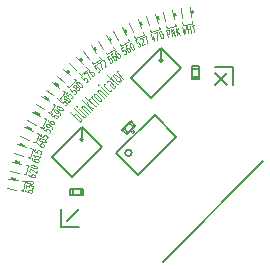
<source format=gto>
G04 (created by PCBNEW (2013-jul-07)-stable) date Wed 30 Dec 2015 07:31:02 PM CST*
%MOIN*%
G04 Gerber Fmt 3.4, Leading zero omitted, Abs format*
%FSLAX34Y34*%
G01*
G70*
G90*
G04 APERTURE LIST*
%ADD10C,0.00590551*%
%ADD11C,0.00787402*%
%ADD12C,0.00393701*%
%ADD13C,0.00472441*%
%ADD14C,0.005*%
%ADD15C,0.0012*%
G04 APERTURE END LIST*
G54D10*
G54D11*
X72637Y-12795D02*
X73031Y-13188D01*
X73031Y-12795D02*
X72637Y-13188D01*
X73228Y-12598D02*
X73228Y-13188D01*
X73228Y-12598D02*
X72637Y-12598D01*
X67716Y-17716D02*
X68110Y-17322D01*
X67519Y-17913D02*
X68110Y-17913D01*
X67519Y-17913D02*
X67519Y-17322D01*
G54D12*
X71525Y-11246D02*
X71593Y-11475D01*
X71601Y-11304D01*
X71652Y-11467D01*
X71659Y-11228D01*
X71749Y-11455D02*
X71718Y-11220D01*
X71733Y-11332D02*
X71822Y-11320D01*
X71838Y-11443D02*
X71807Y-11209D01*
X71860Y-11202D02*
X71949Y-11190D01*
X71935Y-11430D02*
X71904Y-11196D01*
X71063Y-11593D02*
X71012Y-11363D01*
X71070Y-11350D01*
X71087Y-11357D01*
X71097Y-11367D01*
X71109Y-11387D01*
X71116Y-11420D01*
X71114Y-11444D01*
X71109Y-11456D01*
X71097Y-11471D01*
X71038Y-11484D01*
X71216Y-11559D02*
X71165Y-11329D01*
X71304Y-11540D01*
X71253Y-11309D01*
X71377Y-11524D02*
X71326Y-11293D01*
X71465Y-11504D02*
X71370Y-11387D01*
X71414Y-11273D02*
X71356Y-11425D01*
X66949Y-14601D02*
X66914Y-14668D01*
X67011Y-14726D01*
X67004Y-14715D01*
X67001Y-14696D01*
X67018Y-14663D01*
X67035Y-14655D01*
X67049Y-14653D01*
X67072Y-14657D01*
X67122Y-14683D01*
X67138Y-14700D01*
X67145Y-14712D01*
X67148Y-14730D01*
X67131Y-14764D01*
X67114Y-14772D01*
X67100Y-14773D01*
X67196Y-14637D02*
X67210Y-14611D01*
X67207Y-14592D01*
X67201Y-14580D01*
X67178Y-14551D01*
X67141Y-14524D01*
X67061Y-14482D01*
X67038Y-14479D01*
X67025Y-14480D01*
X67008Y-14488D01*
X66994Y-14515D01*
X66997Y-14533D01*
X67003Y-14545D01*
X67020Y-14562D01*
X67070Y-14588D01*
X67093Y-14592D01*
X67107Y-14590D01*
X67124Y-14582D01*
X67137Y-14556D01*
X67134Y-14537D01*
X67128Y-14525D01*
X67111Y-14508D01*
X67084Y-14342D02*
X67070Y-14368D01*
X67073Y-14387D01*
X67080Y-14399D01*
X67103Y-14428D01*
X67139Y-14455D01*
X67219Y-14497D01*
X67242Y-14500D01*
X67256Y-14499D01*
X67273Y-14491D01*
X67286Y-14464D01*
X67283Y-14446D01*
X67277Y-14434D01*
X67260Y-14417D01*
X67211Y-14391D01*
X67187Y-14387D01*
X67174Y-14389D01*
X67157Y-14397D01*
X67143Y-14423D01*
X67146Y-14442D01*
X67152Y-14454D01*
X67169Y-14471D01*
X70575Y-11551D02*
X70622Y-11702D01*
X70512Y-11477D02*
X70527Y-11649D01*
X70620Y-11620D01*
X70616Y-11456D02*
X70716Y-11424D01*
X70723Y-11670D01*
X70802Y-11397D02*
X70816Y-11393D01*
X70834Y-11399D01*
X70844Y-11408D01*
X70858Y-11427D01*
X70879Y-11467D01*
X70896Y-11521D01*
X70902Y-11566D01*
X70902Y-11590D01*
X70898Y-11603D01*
X70887Y-11618D01*
X70873Y-11623D01*
X70855Y-11616D01*
X70845Y-11608D01*
X70831Y-11589D01*
X70810Y-11548D01*
X70793Y-11494D01*
X70787Y-11449D01*
X70787Y-11426D01*
X70791Y-11413D01*
X70802Y-11397D01*
X70058Y-11665D02*
X69989Y-11693D01*
X70025Y-11800D01*
X70028Y-11787D01*
X70037Y-11771D01*
X70072Y-11756D01*
X70090Y-11761D01*
X70101Y-11769D01*
X70117Y-11786D01*
X70138Y-11838D01*
X70140Y-11862D01*
X70137Y-11875D01*
X70128Y-11891D01*
X70093Y-11906D01*
X70075Y-11901D01*
X70064Y-11894D01*
X70129Y-11660D02*
X70132Y-11646D01*
X70141Y-11630D01*
X70176Y-11616D01*
X70194Y-11620D01*
X70205Y-11628D01*
X70221Y-11646D01*
X70230Y-11667D01*
X70236Y-11701D01*
X70204Y-11860D01*
X70294Y-11823D01*
X70252Y-11584D02*
X70349Y-11544D01*
X70377Y-11788D01*
X69579Y-11915D02*
X69512Y-11950D01*
X69558Y-12053D01*
X69559Y-12039D01*
X69567Y-12022D01*
X69600Y-12005D01*
X69619Y-12008D01*
X69631Y-12015D01*
X69648Y-12031D01*
X69674Y-12081D01*
X69678Y-12104D01*
X69676Y-12118D01*
X69668Y-12135D01*
X69635Y-12152D01*
X69616Y-12149D01*
X69604Y-12143D01*
X69705Y-11849D02*
X69679Y-11863D01*
X69671Y-11880D01*
X69669Y-11893D01*
X69671Y-11930D01*
X69686Y-11974D01*
X69727Y-12053D01*
X69744Y-12070D01*
X69756Y-12076D01*
X69774Y-12079D01*
X69801Y-12066D01*
X69809Y-12049D01*
X69811Y-12035D01*
X69807Y-12012D01*
X69781Y-11962D01*
X69764Y-11945D01*
X69752Y-11939D01*
X69734Y-11936D01*
X69707Y-11950D01*
X69699Y-11967D01*
X69697Y-11980D01*
X69701Y-12003D01*
X69805Y-11797D02*
X69818Y-11790D01*
X69837Y-11793D01*
X69849Y-11800D01*
X69866Y-11816D01*
X69893Y-11853D01*
X69919Y-11903D01*
X69933Y-11946D01*
X69937Y-11969D01*
X69936Y-11983D01*
X69927Y-12000D01*
X69914Y-12007D01*
X69896Y-12004D01*
X69884Y-11997D01*
X69867Y-11981D01*
X69839Y-11944D01*
X69813Y-11894D01*
X69799Y-11851D01*
X69795Y-11828D01*
X69797Y-11814D01*
X69805Y-11797D01*
X69101Y-12205D02*
X69037Y-12245D01*
X69092Y-12344D01*
X69092Y-12331D01*
X69098Y-12313D01*
X69130Y-12293D01*
X69149Y-12295D01*
X69161Y-12300D01*
X69180Y-12315D01*
X69210Y-12362D01*
X69216Y-12385D01*
X69215Y-12399D01*
X69209Y-12416D01*
X69177Y-12437D01*
X69158Y-12435D01*
X69146Y-12430D01*
X69221Y-12129D02*
X69196Y-12145D01*
X69189Y-12162D01*
X69189Y-12176D01*
X69194Y-12212D01*
X69212Y-12254D01*
X69260Y-12330D01*
X69279Y-12345D01*
X69291Y-12351D01*
X69310Y-12352D01*
X69335Y-12336D01*
X69342Y-12318D01*
X69342Y-12305D01*
X69336Y-12282D01*
X69306Y-12234D01*
X69288Y-12219D01*
X69275Y-12214D01*
X69257Y-12213D01*
X69231Y-12229D01*
X69225Y-12246D01*
X69224Y-12260D01*
X69230Y-12283D01*
X69347Y-12048D02*
X69322Y-12064D01*
X69315Y-12082D01*
X69315Y-12095D01*
X69321Y-12132D01*
X69339Y-12174D01*
X69387Y-12250D01*
X69405Y-12265D01*
X69418Y-12270D01*
X69436Y-12271D01*
X69462Y-12255D01*
X69468Y-12238D01*
X69469Y-12224D01*
X69463Y-12201D01*
X69433Y-12154D01*
X69414Y-12139D01*
X69402Y-12133D01*
X69383Y-12132D01*
X69358Y-12148D01*
X69351Y-12166D01*
X69351Y-12179D01*
X69357Y-12202D01*
X68663Y-12515D02*
X68604Y-12561D01*
X68666Y-12655D01*
X68665Y-12641D01*
X68670Y-12623D01*
X68700Y-12601D01*
X68719Y-12600D01*
X68732Y-12605D01*
X68751Y-12618D01*
X68786Y-12663D01*
X68793Y-12685D01*
X68794Y-12699D01*
X68789Y-12717D01*
X68759Y-12739D01*
X68741Y-12740D01*
X68728Y-12735D01*
X68711Y-12479D02*
X68794Y-12415D01*
X68884Y-12644D01*
X68849Y-12401D02*
X68849Y-12387D01*
X68854Y-12369D01*
X68883Y-12347D01*
X68902Y-12346D01*
X68915Y-12351D01*
X68935Y-12364D01*
X68948Y-12382D01*
X68963Y-12413D01*
X68974Y-12575D01*
X69051Y-12516D01*
X68247Y-12866D02*
X68191Y-12916D01*
X68262Y-13004D01*
X68260Y-12991D01*
X68263Y-12972D01*
X68291Y-12947D01*
X68310Y-12945D01*
X68323Y-12948D01*
X68343Y-12960D01*
X68381Y-13001D01*
X68391Y-13023D01*
X68393Y-13036D01*
X68390Y-13055D01*
X68362Y-13080D01*
X68343Y-13082D01*
X68330Y-13079D01*
X68291Y-12825D02*
X68368Y-12754D01*
X68478Y-12974D01*
X68462Y-12668D02*
X68440Y-12688D01*
X68437Y-12707D01*
X68439Y-12720D01*
X68451Y-12755D01*
X68476Y-12793D01*
X68536Y-12860D01*
X68557Y-12871D01*
X68570Y-12874D01*
X68589Y-12873D01*
X68611Y-12852D01*
X68614Y-12834D01*
X68612Y-12820D01*
X68603Y-12799D01*
X68565Y-12757D01*
X68544Y-12746D01*
X68531Y-12743D01*
X68512Y-12744D01*
X68490Y-12765D01*
X68487Y-12783D01*
X68489Y-12796D01*
X68498Y-12818D01*
X67851Y-13275D02*
X67801Y-13330D01*
X67879Y-13412D01*
X67875Y-13399D01*
X67877Y-13380D01*
X67902Y-13352D01*
X67921Y-13349D01*
X67934Y-13351D01*
X67956Y-13361D01*
X67997Y-13399D01*
X68009Y-13419D01*
X68012Y-13432D01*
X68010Y-13451D01*
X67985Y-13479D01*
X67967Y-13482D01*
X67953Y-13480D01*
X67992Y-13271D02*
X67973Y-13275D01*
X67960Y-13273D01*
X67938Y-13263D01*
X67930Y-13255D01*
X67919Y-13235D01*
X67915Y-13222D01*
X67917Y-13203D01*
X67937Y-13181D01*
X67956Y-13177D01*
X67969Y-13179D01*
X67991Y-13189D01*
X67999Y-13197D01*
X68011Y-13217D01*
X68014Y-13231D01*
X68012Y-13249D01*
X67992Y-13271D01*
X67990Y-13290D01*
X67993Y-13303D01*
X68005Y-13324D01*
X68038Y-13354D01*
X68060Y-13364D01*
X68073Y-13366D01*
X68091Y-13363D01*
X68112Y-13340D01*
X68113Y-13322D01*
X68110Y-13309D01*
X68099Y-13288D01*
X68066Y-13258D01*
X68044Y-13248D01*
X68031Y-13246D01*
X68012Y-13249D01*
X68024Y-13087D02*
X68034Y-13076D01*
X68052Y-13072D01*
X68066Y-13074D01*
X68087Y-13084D01*
X68125Y-13109D01*
X68167Y-13147D01*
X68195Y-13183D01*
X68206Y-13204D01*
X68210Y-13217D01*
X68208Y-13235D01*
X68198Y-13246D01*
X68179Y-13250D01*
X68166Y-13248D01*
X68144Y-13238D01*
X68106Y-13213D01*
X68065Y-13175D01*
X68036Y-13139D01*
X68025Y-13119D01*
X68022Y-13106D01*
X68024Y-13087D01*
X67536Y-13665D02*
X67490Y-13724D01*
X67575Y-13798D01*
X67571Y-13786D01*
X67571Y-13767D01*
X67594Y-13737D01*
X67612Y-13732D01*
X67625Y-13733D01*
X67648Y-13741D01*
X67692Y-13775D01*
X67706Y-13795D01*
X67710Y-13807D01*
X67710Y-13826D01*
X67687Y-13856D01*
X67669Y-13861D01*
X67655Y-13860D01*
X67676Y-13649D02*
X67658Y-13654D01*
X67644Y-13653D01*
X67622Y-13645D01*
X67613Y-13638D01*
X67600Y-13619D01*
X67595Y-13606D01*
X67595Y-13587D01*
X67614Y-13563D01*
X67632Y-13558D01*
X67645Y-13559D01*
X67668Y-13567D01*
X67676Y-13574D01*
X67690Y-13594D01*
X67694Y-13606D01*
X67694Y-13625D01*
X67676Y-13649D01*
X67675Y-13668D01*
X67680Y-13680D01*
X67693Y-13700D01*
X67729Y-13727D01*
X67751Y-13735D01*
X67765Y-13736D01*
X67783Y-13731D01*
X67801Y-13707D01*
X67801Y-13688D01*
X67797Y-13676D01*
X67784Y-13656D01*
X67748Y-13629D01*
X67725Y-13621D01*
X67712Y-13620D01*
X67694Y-13625D01*
X67719Y-13427D02*
X67673Y-13486D01*
X67758Y-13561D01*
X67753Y-13548D01*
X67753Y-13529D01*
X67776Y-13499D01*
X67794Y-13494D01*
X67808Y-13495D01*
X67830Y-13503D01*
X67875Y-13537D01*
X67888Y-13557D01*
X67893Y-13569D01*
X67892Y-13588D01*
X67869Y-13618D01*
X67851Y-13623D01*
X67838Y-13622D01*
X67222Y-14113D02*
X67182Y-14177D01*
X67273Y-14243D01*
X67267Y-14231D01*
X67266Y-14212D01*
X67286Y-14181D01*
X67303Y-14174D01*
X67317Y-14174D01*
X67340Y-14180D01*
X67387Y-14210D01*
X67402Y-14228D01*
X67408Y-14241D01*
X67409Y-14259D01*
X67389Y-14291D01*
X67371Y-14297D01*
X67358Y-14298D01*
X67466Y-14171D02*
X67482Y-14145D01*
X67480Y-14127D01*
X67475Y-14114D01*
X67454Y-14084D01*
X67421Y-14053D01*
X67345Y-14005D01*
X67322Y-13999D01*
X67308Y-13999D01*
X67291Y-14006D01*
X67274Y-14031D01*
X67276Y-14050D01*
X67281Y-14062D01*
X67296Y-14081D01*
X67344Y-14111D01*
X67367Y-14117D01*
X67380Y-14116D01*
X67398Y-14110D01*
X67414Y-14084D01*
X67412Y-14066D01*
X67407Y-14053D01*
X67392Y-14035D01*
X67359Y-13898D02*
X67367Y-13886D01*
X67385Y-13879D01*
X67398Y-13879D01*
X67421Y-13884D01*
X67463Y-13902D01*
X67511Y-13933D01*
X67544Y-13963D01*
X67559Y-13981D01*
X67565Y-13994D01*
X67566Y-14013D01*
X67558Y-14025D01*
X67541Y-14032D01*
X67527Y-14032D01*
X67504Y-14026D01*
X67462Y-14008D01*
X67415Y-13978D01*
X67381Y-13948D01*
X67366Y-13929D01*
X67360Y-13917D01*
X67359Y-13898D01*
X66733Y-15096D02*
X66722Y-15124D01*
X66726Y-15142D01*
X66734Y-15153D01*
X66759Y-15180D01*
X66798Y-15204D01*
X66881Y-15238D01*
X66905Y-15240D01*
X66918Y-15237D01*
X66934Y-15228D01*
X66946Y-15200D01*
X66941Y-15182D01*
X66933Y-15171D01*
X66916Y-15155D01*
X66864Y-15134D01*
X66840Y-15132D01*
X66827Y-15135D01*
X66811Y-15144D01*
X66799Y-15172D01*
X66804Y-15190D01*
X66811Y-15201D01*
X66829Y-15217D01*
X66776Y-14992D02*
X66782Y-14978D01*
X66798Y-14969D01*
X66811Y-14966D01*
X66835Y-14968D01*
X66879Y-14978D01*
X66931Y-14999D01*
X66970Y-15024D01*
X66988Y-15039D01*
X66996Y-15050D01*
X67000Y-15069D01*
X66994Y-15082D01*
X66978Y-15092D01*
X66965Y-15095D01*
X66941Y-15093D01*
X66897Y-15083D01*
X66845Y-15061D01*
X66806Y-15037D01*
X66788Y-15021D01*
X66781Y-15010D01*
X66776Y-14992D01*
X66851Y-14812D02*
X66822Y-14881D01*
X66923Y-14931D01*
X66916Y-14920D01*
X66911Y-14902D01*
X66925Y-14867D01*
X66941Y-14858D01*
X66955Y-14855D01*
X66978Y-14857D01*
X67030Y-14878D01*
X67048Y-14894D01*
X67056Y-14905D01*
X67060Y-14923D01*
X67046Y-14958D01*
X67030Y-14967D01*
X67017Y-14970D01*
X66542Y-15623D02*
X66533Y-15651D01*
X66539Y-15669D01*
X66548Y-15680D01*
X66575Y-15704D01*
X66616Y-15725D01*
X66702Y-15752D01*
X66725Y-15751D01*
X66738Y-15748D01*
X66754Y-15737D01*
X66763Y-15708D01*
X66756Y-15690D01*
X66748Y-15680D01*
X66729Y-15666D01*
X66675Y-15649D01*
X66651Y-15650D01*
X66638Y-15653D01*
X66623Y-15664D01*
X66614Y-15693D01*
X66620Y-15710D01*
X66629Y-15721D01*
X66648Y-15735D01*
X66817Y-15537D02*
X66790Y-15622D01*
X66803Y-15579D02*
X66578Y-15508D01*
X66606Y-15533D01*
X66623Y-15554D01*
X66629Y-15572D01*
X66634Y-15330D02*
X66612Y-15401D01*
X66717Y-15442D01*
X66708Y-15432D01*
X66702Y-15414D01*
X66713Y-15378D01*
X66729Y-15367D01*
X66742Y-15363D01*
X66765Y-15363D01*
X66819Y-15380D01*
X66838Y-15394D01*
X66847Y-15404D01*
X66853Y-15422D01*
X66842Y-15458D01*
X66826Y-15469D01*
X66813Y-15473D01*
X66431Y-16149D02*
X66424Y-16178D01*
X66432Y-16196D01*
X66441Y-16205D01*
X66471Y-16227D01*
X66513Y-16244D01*
X66601Y-16264D01*
X66625Y-16261D01*
X66637Y-16256D01*
X66652Y-16244D01*
X66658Y-16215D01*
X66650Y-16198D01*
X66641Y-16188D01*
X66621Y-16176D01*
X66566Y-16164D01*
X66542Y-16166D01*
X66530Y-16171D01*
X66515Y-16183D01*
X66509Y-16213D01*
X66517Y-16230D01*
X66526Y-16239D01*
X66546Y-16252D01*
X66469Y-16081D02*
X66460Y-16071D01*
X66452Y-16054D01*
X66460Y-16017D01*
X66474Y-16005D01*
X66487Y-16000D01*
X66510Y-15998D01*
X66532Y-16003D01*
X66564Y-16017D01*
X66676Y-16134D01*
X66697Y-16039D01*
X66488Y-15893D02*
X66491Y-15878D01*
X66505Y-15866D01*
X66518Y-15861D01*
X66541Y-15859D01*
X66587Y-15861D01*
X66642Y-15873D01*
X66684Y-15890D01*
X66704Y-15903D01*
X66714Y-15912D01*
X66721Y-15929D01*
X66718Y-15944D01*
X66704Y-15956D01*
X66691Y-15961D01*
X66668Y-15964D01*
X66622Y-15961D01*
X66567Y-15949D01*
X66525Y-15932D01*
X66505Y-15920D01*
X66495Y-15910D01*
X66488Y-15893D01*
X66321Y-16675D02*
X66317Y-16705D01*
X66326Y-16721D01*
X66336Y-16730D01*
X66368Y-16749D01*
X66411Y-16762D01*
X66501Y-16774D01*
X66524Y-16770D01*
X66536Y-16764D01*
X66549Y-16750D01*
X66553Y-16721D01*
X66544Y-16704D01*
X66534Y-16695D01*
X66512Y-16685D01*
X66457Y-16678D01*
X66433Y-16682D01*
X66421Y-16688D01*
X66408Y-16702D01*
X66404Y-16731D01*
X66413Y-16748D01*
X66424Y-16757D01*
X66445Y-16767D01*
X66330Y-16608D02*
X66342Y-16511D01*
X66425Y-16575D01*
X66428Y-16553D01*
X66441Y-16539D01*
X66453Y-16533D01*
X66476Y-16529D01*
X66532Y-16536D01*
X66553Y-16547D01*
X66563Y-16556D01*
X66573Y-16572D01*
X66567Y-16617D01*
X66554Y-16630D01*
X66542Y-16636D01*
X66355Y-16415D02*
X66357Y-16400D01*
X66370Y-16386D01*
X66382Y-16380D01*
X66406Y-16376D01*
X66451Y-16374D01*
X66507Y-16382D01*
X66551Y-16395D01*
X66572Y-16405D01*
X66582Y-16414D01*
X66591Y-16431D01*
X66589Y-16446D01*
X66576Y-16459D01*
X66564Y-16465D01*
X66541Y-16469D01*
X66495Y-16471D01*
X66439Y-16464D01*
X66396Y-16450D01*
X66374Y-16440D01*
X66364Y-16431D01*
X66355Y-16415D01*
G54D13*
X68146Y-14407D02*
X67812Y-14073D01*
X67939Y-14200D02*
X67936Y-14171D01*
X67963Y-14145D01*
X67992Y-14147D01*
X68015Y-14157D01*
X68053Y-14182D01*
X68148Y-14277D01*
X68174Y-14316D01*
X68183Y-14338D01*
X68186Y-14367D01*
X68159Y-14394D01*
X68130Y-14391D01*
X68292Y-14261D02*
X68262Y-14259D01*
X68224Y-14233D01*
X67938Y-13947D01*
X68345Y-14208D02*
X68122Y-13986D01*
X68011Y-13874D02*
X68020Y-13897D01*
X68042Y-13906D01*
X68033Y-13884D01*
X68011Y-13874D01*
X68042Y-13906D01*
X68188Y-13919D02*
X68411Y-14142D01*
X68220Y-13951D02*
X68211Y-13929D01*
X68208Y-13899D01*
X68228Y-13880D01*
X68257Y-13882D01*
X68296Y-13907D01*
X68471Y-14082D01*
X68537Y-14016D02*
X68203Y-13682D01*
X68423Y-13876D02*
X68590Y-13963D01*
X68367Y-13740D02*
X68441Y-13921D01*
X68407Y-13701D02*
X68460Y-13648D01*
X68315Y-13569D02*
X68602Y-13856D01*
X68640Y-13881D01*
X68669Y-13884D01*
X68683Y-13870D01*
X68729Y-13824D02*
X68506Y-13601D01*
X68570Y-13665D02*
X68545Y-13626D01*
X68536Y-13604D01*
X68533Y-13575D01*
X68546Y-13561D01*
X68835Y-13718D02*
X68806Y-13715D01*
X68783Y-13706D01*
X68745Y-13681D01*
X68650Y-13585D01*
X68624Y-13547D01*
X68615Y-13524D01*
X68612Y-13495D01*
X68632Y-13475D01*
X68661Y-13478D01*
X68684Y-13487D01*
X68722Y-13512D01*
X68818Y-13608D01*
X68843Y-13646D01*
X68852Y-13669D01*
X68855Y-13698D01*
X68835Y-13718D01*
X68718Y-13389D02*
X68941Y-13612D01*
X68750Y-13421D02*
X68741Y-13398D01*
X68738Y-13369D01*
X68758Y-13349D01*
X68787Y-13352D01*
X68826Y-13377D01*
X69001Y-13552D01*
X69067Y-13486D02*
X68844Y-13263D01*
X68733Y-13152D02*
X68742Y-13174D01*
X68765Y-13184D01*
X68756Y-13161D01*
X68733Y-13152D01*
X68765Y-13184D01*
X69177Y-13344D02*
X69180Y-13373D01*
X69153Y-13400D01*
X69124Y-13397D01*
X69102Y-13388D01*
X69063Y-13363D01*
X68968Y-13267D01*
X68942Y-13229D01*
X68933Y-13206D01*
X68931Y-13177D01*
X68957Y-13150D01*
X68986Y-13153D01*
X69312Y-13241D02*
X69137Y-13066D01*
X69099Y-13040D01*
X69070Y-13038D01*
X69043Y-13064D01*
X69046Y-13093D01*
X69296Y-13225D02*
X69299Y-13254D01*
X69266Y-13287D01*
X69237Y-13284D01*
X69198Y-13259D01*
X69167Y-13227D01*
X69141Y-13189D01*
X69139Y-13160D01*
X69172Y-13127D01*
X69169Y-13097D01*
X69136Y-12971D02*
X69189Y-12918D01*
X69045Y-12840D02*
X69331Y-13127D01*
X69369Y-13152D01*
X69399Y-13154D01*
X69412Y-13141D01*
X69478Y-13075D02*
X69449Y-13072D01*
X69426Y-13063D01*
X69388Y-13038D01*
X69292Y-12942D01*
X69267Y-12904D01*
X69258Y-12881D01*
X69255Y-12852D01*
X69275Y-12832D01*
X69304Y-12835D01*
X69327Y-12844D01*
X69365Y-12869D01*
X69461Y-12965D01*
X69486Y-13003D01*
X69495Y-13026D01*
X69498Y-13055D01*
X69478Y-13075D01*
X69584Y-12969D02*
X69361Y-12746D01*
X69425Y-12810D02*
X69400Y-12771D01*
X69391Y-12749D01*
X69388Y-12720D01*
X69401Y-12706D01*
G54D12*
X71880Y-11137D02*
X71870Y-11059D01*
X71568Y-11178D02*
X71558Y-11100D01*
X71849Y-10903D02*
X71808Y-10591D01*
X71496Y-10632D02*
X71537Y-10944D01*
X71880Y-11137D02*
X71568Y-11178D01*
X71341Y-11216D02*
X71324Y-11139D01*
X71033Y-11284D02*
X71016Y-11207D01*
X71290Y-10985D02*
X71222Y-10678D01*
X70914Y-10746D02*
X70982Y-11053D01*
X71341Y-11216D02*
X71033Y-11284D01*
X70800Y-11332D02*
X70776Y-11256D01*
X70499Y-11426D02*
X70476Y-11351D01*
X70729Y-11106D02*
X70634Y-10806D01*
X70333Y-10901D02*
X70428Y-11201D01*
X70800Y-11332D02*
X70499Y-11426D01*
X70276Y-11504D02*
X70246Y-11431D01*
X69985Y-11624D02*
X69955Y-11552D01*
X70186Y-11286D02*
X70065Y-10995D01*
X69774Y-11115D02*
X69895Y-11406D01*
X70276Y-11504D02*
X69985Y-11624D01*
X69789Y-11733D02*
X69753Y-11663D01*
X69510Y-11878D02*
X69474Y-11808D01*
X69680Y-11523D02*
X69535Y-11244D01*
X69256Y-11389D02*
X69401Y-11669D01*
X69789Y-11733D02*
X69510Y-11878D01*
X69301Y-11999D02*
X69258Y-11932D01*
X69035Y-12168D02*
X68993Y-12102D01*
X69174Y-11800D02*
X69004Y-11534D01*
X68739Y-11703D02*
X68908Y-11969D01*
X69301Y-11999D02*
X69035Y-12168D01*
X68829Y-12303D02*
X68781Y-12240D01*
X68579Y-12494D02*
X68531Y-12432D01*
X68685Y-12115D02*
X68493Y-11865D01*
X68243Y-12057D02*
X68435Y-12307D01*
X68829Y-12303D02*
X68579Y-12494D01*
X68393Y-12644D02*
X68340Y-12586D01*
X68161Y-12857D02*
X68108Y-12799D01*
X68234Y-12470D02*
X68021Y-12238D01*
X67789Y-12450D02*
X68002Y-12683D01*
X68393Y-12644D02*
X68161Y-12857D01*
X67995Y-13023D02*
X67937Y-12970D01*
X67782Y-13256D02*
X67724Y-13202D01*
X67820Y-12864D02*
X67588Y-12651D01*
X67375Y-12883D02*
X67608Y-13096D01*
X67995Y-13023D02*
X67782Y-13256D01*
X67632Y-13421D02*
X67570Y-13373D01*
X67440Y-13671D02*
X67378Y-13623D01*
X67445Y-13278D02*
X67195Y-13086D01*
X67003Y-13336D02*
X67253Y-13527D01*
X67632Y-13421D02*
X67440Y-13671D01*
X67306Y-13858D02*
X67240Y-13815D01*
X67137Y-14123D02*
X67070Y-14081D01*
X67107Y-13731D02*
X66841Y-13562D01*
X66672Y-13827D02*
X66937Y-13996D01*
X67306Y-13858D02*
X67137Y-14123D01*
X67016Y-14333D02*
X66946Y-14297D01*
X66870Y-14612D02*
X66801Y-14576D01*
X66806Y-14224D02*
X66527Y-14078D01*
X66382Y-14358D02*
X66661Y-14503D01*
X67016Y-14333D02*
X66870Y-14612D01*
X66782Y-14808D02*
X66709Y-14778D01*
X66661Y-15099D02*
X66588Y-15069D01*
X66564Y-14717D02*
X66273Y-14597D01*
X66152Y-14888D02*
X66443Y-15008D01*
X66782Y-14808D02*
X66661Y-15099D01*
X66564Y-15322D02*
X66489Y-15298D01*
X66469Y-15622D02*
X66394Y-15599D01*
X66339Y-15251D02*
X66038Y-15156D01*
X65944Y-15457D02*
X66244Y-15551D01*
X66564Y-15322D02*
X66469Y-15622D01*
X66422Y-15856D02*
X66345Y-15839D01*
X66354Y-16164D02*
X66277Y-16147D01*
X66191Y-15805D02*
X65884Y-15737D01*
X65816Y-16044D02*
X66123Y-16113D01*
X66422Y-15856D02*
X66354Y-16164D01*
X66296Y-16391D02*
X66218Y-16381D01*
X66255Y-16703D02*
X66177Y-16693D01*
X66062Y-16360D02*
X65750Y-16319D01*
X65709Y-16631D02*
X66021Y-16672D01*
X66296Y-16391D02*
X66255Y-16703D01*
G54D14*
X67901Y-16861D02*
X67901Y-16641D01*
X68161Y-16861D02*
X68161Y-16641D01*
X68241Y-16861D02*
X68241Y-16641D01*
X68241Y-16641D02*
X67821Y-16641D01*
X67821Y-16641D02*
X67821Y-16861D01*
X67821Y-16861D02*
X68241Y-16861D01*
X71878Y-12645D02*
X72098Y-12645D01*
X71878Y-12905D02*
X72098Y-12905D01*
X71878Y-12985D02*
X72098Y-12985D01*
X72098Y-12985D02*
X72098Y-12565D01*
X72098Y-12565D02*
X71878Y-12565D01*
X71878Y-12565D02*
X71878Y-12985D01*
X69749Y-14776D02*
X69594Y-14620D01*
X69933Y-14592D02*
X69777Y-14436D01*
X69990Y-14535D02*
X69834Y-14380D01*
X69834Y-14380D02*
X69537Y-14677D01*
X69537Y-14677D02*
X69693Y-14832D01*
X69693Y-14832D02*
X69990Y-14535D01*
G54D10*
X71348Y-14910D02*
X70625Y-14187D01*
X70625Y-14187D02*
X69344Y-15467D01*
X69344Y-15467D02*
X70068Y-16191D01*
X71348Y-14910D02*
X70068Y-16191D01*
G54D14*
X69865Y-15445D02*
G75*
G03X69865Y-15445I-111J0D01*
G74*
G01*
G54D10*
X68198Y-14597D02*
X68198Y-15043D01*
X68198Y-15043D02*
X68254Y-14987D01*
X68254Y-14987D02*
X68142Y-14987D01*
X68142Y-14987D02*
X68198Y-15043D01*
X68866Y-15266D02*
X68198Y-14597D01*
X68198Y-14597D02*
X67196Y-15600D01*
X67196Y-15600D02*
X67864Y-16268D01*
X67864Y-16268D02*
X68866Y-15266D01*
X70836Y-11960D02*
X70836Y-12405D01*
X70836Y-12405D02*
X70892Y-12349D01*
X70892Y-12349D02*
X70780Y-12349D01*
X70780Y-12349D02*
X70836Y-12405D01*
X71504Y-12628D02*
X70836Y-11960D01*
X70836Y-11960D02*
X69834Y-12962D01*
X69834Y-12962D02*
X70502Y-13630D01*
X70502Y-13630D02*
X71504Y-12628D01*
X74233Y-15734D02*
X70892Y-19075D01*
G54D15*
X71831Y-10702D02*
X71891Y-10694D01*
X71893Y-10708D01*
X71891Y-10717D01*
X71886Y-10723D01*
X71881Y-10727D01*
X71870Y-10731D01*
X71861Y-10732D01*
X71850Y-10731D01*
X71843Y-10729D01*
X71837Y-10724D01*
X71833Y-10716D01*
X71831Y-10702D01*
X71843Y-10792D02*
X71839Y-10758D01*
X71841Y-10775D02*
X71900Y-10767D01*
X71891Y-10763D01*
X71885Y-10758D01*
X71881Y-10753D01*
X71254Y-10787D02*
X71313Y-10774D01*
X71316Y-10787D01*
X71315Y-10796D01*
X71310Y-10803D01*
X71305Y-10807D01*
X71295Y-10813D01*
X71287Y-10814D01*
X71275Y-10814D01*
X71269Y-10813D01*
X71262Y-10808D01*
X71257Y-10800D01*
X71254Y-10787D01*
X71319Y-10831D02*
X71323Y-10833D01*
X71327Y-10838D01*
X71330Y-10852D01*
X71328Y-10858D01*
X71326Y-10861D01*
X71321Y-10865D01*
X71316Y-10867D01*
X71307Y-10866D01*
X71266Y-10840D01*
X71274Y-10876D01*
X70676Y-10911D02*
X70733Y-10893D01*
X70737Y-10907D01*
X70737Y-10916D01*
X70733Y-10923D01*
X70729Y-10928D01*
X70719Y-10934D01*
X70711Y-10936D01*
X70699Y-10937D01*
X70692Y-10936D01*
X70685Y-10932D01*
X70680Y-10925D01*
X70676Y-10911D01*
X70749Y-10945D02*
X70760Y-10981D01*
X70733Y-10968D01*
X70735Y-10976D01*
X70734Y-10983D01*
X70732Y-10986D01*
X70728Y-10991D01*
X70714Y-10995D01*
X70708Y-10994D01*
X70704Y-10992D01*
X70700Y-10988D01*
X70695Y-10971D01*
X70696Y-10965D01*
X70697Y-10961D01*
X70116Y-11096D02*
X70171Y-11073D01*
X70177Y-11086D01*
X70178Y-11095D01*
X70174Y-11103D01*
X70170Y-11107D01*
X70161Y-11115D01*
X70153Y-11118D01*
X70141Y-11120D01*
X70135Y-11119D01*
X70127Y-11116D01*
X70121Y-11109D01*
X70116Y-11096D01*
X70186Y-11160D02*
X70149Y-11175D01*
X70201Y-11138D02*
X70156Y-11141D01*
X70171Y-11175D01*
X69595Y-11340D02*
X69648Y-11313D01*
X69654Y-11325D01*
X69656Y-11334D01*
X69653Y-11342D01*
X69650Y-11347D01*
X69641Y-11355D01*
X69633Y-11359D01*
X69622Y-11362D01*
X69615Y-11362D01*
X69608Y-11359D01*
X69601Y-11353D01*
X69595Y-11340D01*
X69689Y-11391D02*
X69675Y-11366D01*
X69649Y-11377D01*
X69653Y-11378D01*
X69658Y-11382D01*
X69664Y-11394D01*
X69665Y-11401D01*
X69663Y-11404D01*
X69660Y-11410D01*
X69647Y-11416D01*
X69641Y-11416D01*
X69637Y-11415D01*
X69631Y-11411D01*
X69625Y-11399D01*
X69625Y-11392D01*
X69626Y-11388D01*
X69072Y-11625D02*
X69123Y-11593D01*
X69130Y-11605D01*
X69133Y-11614D01*
X69131Y-11622D01*
X69128Y-11627D01*
X69119Y-11636D01*
X69112Y-11640D01*
X69101Y-11644D01*
X69095Y-11645D01*
X69087Y-11643D01*
X69080Y-11637D01*
X69072Y-11625D01*
X69169Y-11665D02*
X69163Y-11655D01*
X69157Y-11652D01*
X69153Y-11651D01*
X69143Y-11651D01*
X69132Y-11655D01*
X69113Y-11667D01*
X69109Y-11673D01*
X69108Y-11677D01*
X69109Y-11683D01*
X69115Y-11693D01*
X69121Y-11696D01*
X69125Y-11697D01*
X69131Y-11696D01*
X69143Y-11688D01*
X69146Y-11683D01*
X69147Y-11679D01*
X69146Y-11673D01*
X69140Y-11663D01*
X69135Y-11660D01*
X69131Y-11659D01*
X69125Y-11659D01*
X68569Y-11950D02*
X68616Y-11914D01*
X68625Y-11925D01*
X68628Y-11933D01*
X68627Y-11941D01*
X68624Y-11947D01*
X68617Y-11956D01*
X68610Y-11962D01*
X68599Y-11966D01*
X68593Y-11968D01*
X68585Y-11966D01*
X68577Y-11961D01*
X68569Y-11950D01*
X68649Y-11957D02*
X68674Y-11988D01*
X68610Y-12005D01*
X68104Y-12316D02*
X68148Y-12275D01*
X68157Y-12286D01*
X68161Y-12294D01*
X68161Y-12302D01*
X68159Y-12308D01*
X68152Y-12318D01*
X68146Y-12323D01*
X68135Y-12329D01*
X68129Y-12331D01*
X68121Y-12330D01*
X68113Y-12326D01*
X68104Y-12316D01*
X68175Y-12343D02*
X68173Y-12337D01*
X68174Y-12333D01*
X68176Y-12327D01*
X68178Y-12325D01*
X68184Y-12323D01*
X68188Y-12323D01*
X68194Y-12326D01*
X68202Y-12334D01*
X68204Y-12340D01*
X68203Y-12344D01*
X68201Y-12350D01*
X68199Y-12352D01*
X68193Y-12354D01*
X68189Y-12354D01*
X68183Y-12351D01*
X68175Y-12343D01*
X68169Y-12341D01*
X68165Y-12340D01*
X68159Y-12342D01*
X68151Y-12350D01*
X68148Y-12356D01*
X68148Y-12360D01*
X68150Y-12366D01*
X68158Y-12375D01*
X68164Y-12377D01*
X68168Y-12377D01*
X68174Y-12375D01*
X68182Y-12367D01*
X68184Y-12362D01*
X68185Y-12357D01*
X68183Y-12351D01*
X67677Y-12721D02*
X67718Y-12677D01*
X67728Y-12687D01*
X67733Y-12695D01*
X67733Y-12703D01*
X67731Y-12709D01*
X67726Y-12719D01*
X67720Y-12726D01*
X67710Y-12732D01*
X67704Y-12734D01*
X67696Y-12735D01*
X67688Y-12731D01*
X67677Y-12721D01*
X67724Y-12764D02*
X67732Y-12772D01*
X67738Y-12773D01*
X67742Y-12773D01*
X67752Y-12771D01*
X67762Y-12764D01*
X67777Y-12747D01*
X67779Y-12741D01*
X67779Y-12737D01*
X67777Y-12731D01*
X67768Y-12724D01*
X67762Y-12722D01*
X67758Y-12722D01*
X67752Y-12724D01*
X67743Y-12735D01*
X67741Y-12741D01*
X67741Y-12745D01*
X67743Y-12751D01*
X67752Y-12759D01*
X67758Y-12760D01*
X67762Y-12760D01*
X67768Y-12758D01*
X67267Y-13131D02*
X67304Y-13083D01*
X67315Y-13092D01*
X67320Y-13099D01*
X67321Y-13107D01*
X67320Y-13114D01*
X67315Y-13124D01*
X67310Y-13131D01*
X67301Y-13139D01*
X67295Y-13141D01*
X67287Y-13142D01*
X67278Y-13139D01*
X67267Y-13131D01*
X67340Y-13186D02*
X67312Y-13166D01*
X67326Y-13176D02*
X67362Y-13128D01*
X67353Y-13132D01*
X67345Y-13133D01*
X67338Y-13132D01*
X67406Y-13161D02*
X67410Y-13165D01*
X67413Y-13171D01*
X67413Y-13175D01*
X67412Y-13181D01*
X67407Y-13192D01*
X67399Y-13203D01*
X67390Y-13210D01*
X67384Y-13213D01*
X67380Y-13214D01*
X67374Y-13213D01*
X67369Y-13209D01*
X67366Y-13203D01*
X67366Y-13199D01*
X67367Y-13193D01*
X67372Y-13182D01*
X67380Y-13171D01*
X67389Y-13164D01*
X67395Y-13161D01*
X67399Y-13160D01*
X67406Y-13161D01*
X66917Y-13600D02*
X66949Y-13550D01*
X66961Y-13557D01*
X66967Y-13564D01*
X66969Y-13572D01*
X66968Y-13578D01*
X66964Y-13590D01*
X66960Y-13597D01*
X66951Y-13605D01*
X66946Y-13608D01*
X66938Y-13610D01*
X66929Y-13608D01*
X66917Y-13600D01*
X66994Y-13649D02*
X66965Y-13631D01*
X66980Y-13640D02*
X67012Y-13589D01*
X67002Y-13594D01*
X66994Y-13595D01*
X66988Y-13595D01*
X67042Y-13680D02*
X67013Y-13662D01*
X67028Y-13671D02*
X67060Y-13620D01*
X67051Y-13624D01*
X67043Y-13626D01*
X67036Y-13625D01*
X66606Y-14110D02*
X66634Y-14057D01*
X66646Y-14064D01*
X66653Y-14070D01*
X66655Y-14078D01*
X66655Y-14084D01*
X66652Y-14096D01*
X66648Y-14103D01*
X66640Y-14112D01*
X66635Y-14116D01*
X66627Y-14118D01*
X66619Y-14117D01*
X66606Y-14110D01*
X66687Y-14152D02*
X66657Y-14137D01*
X66672Y-14145D02*
X66699Y-14091D01*
X66690Y-14096D01*
X66683Y-14099D01*
X66676Y-14099D01*
X66732Y-14115D02*
X66736Y-14114D01*
X66743Y-14114D01*
X66755Y-14120D01*
X66759Y-14125D01*
X66760Y-14129D01*
X66760Y-14136D01*
X66757Y-14141D01*
X66751Y-14147D01*
X66705Y-14162D01*
X66738Y-14179D01*
X66354Y-14622D02*
X66377Y-14566D01*
X66390Y-14572D01*
X66397Y-14578D01*
X66400Y-14585D01*
X66400Y-14591D01*
X66399Y-14603D01*
X66395Y-14611D01*
X66388Y-14620D01*
X66384Y-14625D01*
X66376Y-14628D01*
X66367Y-14627D01*
X66354Y-14622D01*
X66438Y-14657D02*
X66407Y-14644D01*
X66423Y-14650D02*
X66445Y-14595D01*
X66437Y-14600D01*
X66429Y-14603D01*
X66423Y-14604D01*
X66480Y-14609D02*
X66514Y-14623D01*
X66487Y-14637D01*
X66495Y-14640D01*
X66499Y-14645D01*
X66501Y-14648D01*
X66501Y-14655D01*
X66496Y-14668D01*
X66491Y-14672D01*
X66487Y-14674D01*
X66481Y-14674D01*
X66465Y-14668D01*
X66461Y-14663D01*
X66459Y-14659D01*
X66122Y-15174D02*
X66140Y-15117D01*
X66153Y-15121D01*
X66161Y-15126D01*
X66164Y-15133D01*
X66165Y-15140D01*
X66165Y-15151D01*
X66162Y-15160D01*
X66156Y-15170D01*
X66151Y-15174D01*
X66144Y-15178D01*
X66135Y-15178D01*
X66122Y-15174D01*
X66209Y-15201D02*
X66176Y-15191D01*
X66192Y-15196D02*
X66210Y-15139D01*
X66202Y-15145D01*
X66195Y-15149D01*
X66189Y-15150D01*
X66270Y-15179D02*
X66258Y-15217D01*
X66263Y-15153D02*
X66237Y-15189D01*
X66272Y-15200D01*
X65968Y-15747D02*
X65981Y-15689D01*
X65995Y-15692D01*
X66003Y-15696D01*
X66007Y-15703D01*
X66009Y-15709D01*
X66009Y-15721D01*
X66007Y-15729D01*
X66002Y-15740D01*
X65998Y-15745D01*
X65991Y-15749D01*
X65982Y-15750D01*
X65968Y-15747D01*
X66057Y-15767D02*
X66024Y-15760D01*
X66041Y-15763D02*
X66054Y-15705D01*
X66046Y-15712D01*
X66039Y-15716D01*
X66033Y-15718D01*
X66123Y-15720D02*
X66096Y-15714D01*
X66087Y-15741D01*
X66090Y-15739D01*
X66096Y-15737D01*
X66110Y-15741D01*
X66115Y-15745D01*
X66117Y-15748D01*
X66119Y-15754D01*
X66116Y-15768D01*
X66112Y-15773D01*
X66108Y-15775D01*
X66102Y-15777D01*
X66088Y-15774D01*
X66083Y-15770D01*
X66081Y-15766D01*
X65835Y-16322D02*
X65843Y-16262D01*
X65857Y-16264D01*
X65865Y-16268D01*
X65870Y-16274D01*
X65872Y-16281D01*
X65873Y-16292D01*
X65872Y-16301D01*
X65868Y-16312D01*
X65864Y-16317D01*
X65858Y-16322D01*
X65849Y-16324D01*
X65835Y-16322D01*
X65925Y-16334D02*
X65891Y-16329D01*
X65908Y-16331D02*
X65916Y-16272D01*
X65909Y-16280D01*
X65903Y-16285D01*
X65897Y-16287D01*
X65984Y-16281D02*
X65973Y-16279D01*
X65967Y-16282D01*
X65964Y-16284D01*
X65957Y-16292D01*
X65953Y-16303D01*
X65950Y-16325D01*
X65952Y-16331D01*
X65954Y-16335D01*
X65959Y-16338D01*
X65971Y-16340D01*
X65977Y-16338D01*
X65980Y-16335D01*
X65984Y-16330D01*
X65985Y-16316D01*
X65983Y-16310D01*
X65981Y-16306D01*
X65976Y-16303D01*
X65964Y-16301D01*
X65958Y-16303D01*
X65955Y-16306D01*
X65951Y-16311D01*
X69904Y-14760D02*
X69904Y-14764D01*
X69900Y-14772D01*
X69896Y-14777D01*
X69888Y-14781D01*
X69879Y-14781D01*
X69873Y-14779D01*
X69863Y-14772D01*
X69857Y-14766D01*
X69851Y-14756D01*
X69849Y-14750D01*
X69849Y-14742D01*
X69853Y-14734D01*
X69857Y-14730D01*
X69865Y-14726D01*
X69869Y-14726D01*
X69879Y-14708D02*
X69906Y-14682D01*
X69908Y-14712D01*
X69914Y-14706D01*
X69920Y-14704D01*
X69924Y-14704D01*
X69930Y-14706D01*
X69940Y-14716D01*
X69942Y-14722D01*
X69942Y-14726D01*
X69940Y-14732D01*
X69928Y-14744D01*
X69922Y-14746D01*
X69918Y-14746D01*
M02*

</source>
